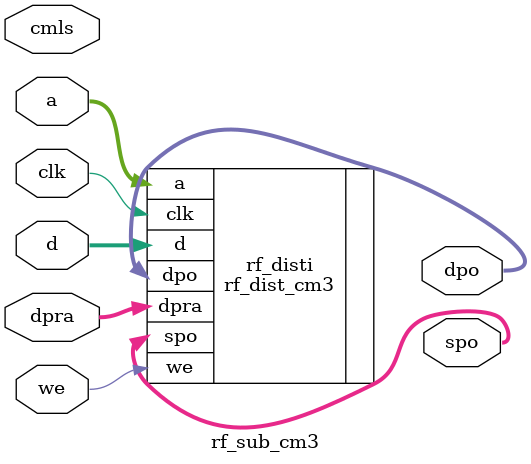
<source format=v>
/*******************************************************************************
*     This file is owned and controlled by Xilinx and must be used             *
*     solely for design, simulation, implementation and creation of            *
*     design files limited to Xilinx devices or technologies. Use              *
*     with non-Xilinx devices or technologies is expressly prohibited          *
*     and immediately terminates your license.                                 *
*                                                                              *
*     XILINX IS PROVIDING THIS DESIGN, CODE, OR INFORMATION "AS IS"            *
*     SOLELY FOR USE IN DEVELOPING PROGRAMS AND SOLUTIONS FOR                  *
*     XILINX DEVICES.  BY PROVIDING THIS DESIGN, CODE, OR INFORMATION          *
*     AS ONE POSSIBLE IMPLEMENTATION OF THIS FEATURE, APPLICATION              *
*     OR STANDARD, XILINX IS MAKING NO REPRESENTATION THAT THIS                *
*     IMPLEMENTATION IS FREE FROM ANY CLAIMS OF INFRINGEMENT,                  *
*     AND YOU ARE RESPONSIBLE FOR OBTAINING ANY RIGHTS YOU MAY REQUIRE         *
*     FOR YOUR IMPLEMENTATION.  XILINX EXPRESSLY DISCLAIMS ANY                 *
*     WARRANTY WHATSOEVER WITH RESPECT TO THE ADEQUACY OF THE                  *
*     IMPLEMENTATION, INCLUDING BUT NOT LIMITED TO ANY WARRANTIES OR           *
*     REPRESENTATIONS THAT THIS IMPLEMENTATION IS FREE FROM CLAIMS OF          *
*     INFRINGEMENT, IMPLIED WARRANTIES OF MERCHANTABILITY AND FITNESS          *
*     FOR A PARTICULAR PURPOSE.                                                *
*                                                                              *
*     Xilinx products are not intended for use in life support                 *
*     appliances, devices, or systems. Use in such applications are            *
*     expressly prohibited.                                                    *
*                                                                              *
*     (c) Copyright 1995-2009 Xilinx, Inc.                                     *
*     All rights reserved.                                                     *
*******************************************************************************/
// The synthesis directives "translate_off/translate_on" specified below are
// supported by Xilinx, Mentor Graphics and Synplicity synthesis
// tools. Ensure they are correct for your synthesis tool(s).

// You must compile the wrapper file rf_blk.v when simulating
// the core, rf_blk. When compiling the wrapper file, be sure to
// reference the XilinxCoreLib Verilog simulation library. For detailed
// instructions, please refer to the "CORE Generator Help".

`timescale 1ns/1ps


module rf_sub_cm3_22(
		clk_i_cml_2,
		cmls,
		
	a,
	d,
	dpra,
	clk,
	we,
	spo,
	dpo);


input clk_i_cml_2;
input [1:0] cmls;

reg [ 4 : 0 ] a_cml_2;



input [4 : 0] a;
input [31 : 0] d;
input [4 : 0] dpra;
input clk;
input we;
output [31 : 0] spo;
output [31 : 0] dpo;

rf_dist_cm3 rf_disti(
	.a({cmls, a_cml_2}),
	.d(d),
	.dpra({cmls, dpra}),
	.clk(clk),
	.we(we),
	.spo(spo),
	.dpo(dpo));

always @ (posedge clk_i_cml_2) begin
a_cml_2 <= a;
end

endmodule

module rf_sub_cm3_24(
		clk_i_cml_2,
		cmls,
		
	a,
	d,
	dpra,
	clk,
	we,
	spo,
	dpo);


input clk_i_cml_2;
input [1:0] cmls;

reg [ 4 : 0 ] a_cml_2;



input [4 : 0] a;
input [31 : 0] d;
input [4 : 0] dpra;
input clk;
input we;
output [31 : 0] spo;
output [31 : 0] dpo;

rf_dist_cm3 rf_disti(
	.a({cmls, a_cml_2}),
	.d(d),
	.dpra({cmls, dpra}),
	.clk(clk),
	.we(we),
	.spo(spo),
	.dpo(dpo));

always @ (posedge clk_i_cml_2) begin
a_cml_2 <= a;
end

endmodule


module rf_sub_cm3(
		cmls,
		
	a,
	d,
	dpra,
	clk,
	we,
	spo,
	dpo);


input [1:0] cmls;




input [4 : 0] a;
input [31 : 0] d;
input [4 : 0] dpra;
input clk;
input we;
output [31 : 0] spo;
output [31 : 0] dpo;

rf_dist_cm3 rf_disti(
	.a(a),
	.d(d),
	.dpra(dpra),
	.clk(clk),
	.we(we),
	.spo(spo),
	.dpo(dpo));


endmodule


</source>
